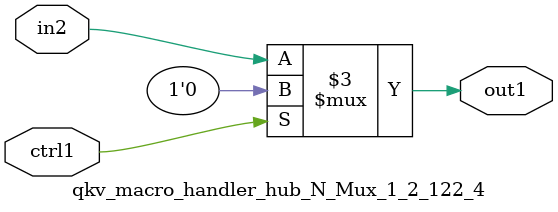
<source format=v>

`timescale 1ps / 1ps


module qkv_macro_handler_hub_N_Mux_1_2_122_4( in2, ctrl1, out1 );

    input in2;
    input ctrl1;
    output out1;
    reg out1;

    
    // rtl_process:qkv_macro_handler_hub_N_Mux_1_2_122_4/qkv_macro_handler_hub_N_Mux_1_2_122_4_thread_1
    always @*
      begin : qkv_macro_handler_hub_N_Mux_1_2_122_4_thread_1
        case (ctrl1) 
          1'b1: 
            begin
              out1 = 1'b0;
            end
          default: 
            begin
              out1 = in2;
            end
        endcase
      end

endmodule



</source>
